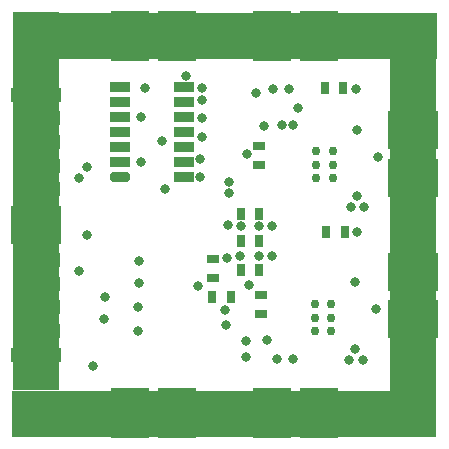
<source format=gbs>
%FSLAX24Y24*%
%MOIN*%
G70*
G01*
G75*
G04 Layer_Color=16711935*
%ADD10R,0.0280X0.0159*%
%ADD11R,0.0450X0.0450*%
%ADD12R,0.0315X0.0236*%
%ADD13R,0.0236X0.0315*%
%ADD14R,0.0689X0.0433*%
%ADD15R,0.0689X0.0256*%
G04:AMPARAMS|DCode=16|XSize=68.9mil|YSize=25.6mil|CornerRadius=0mil|HoleSize=0mil|Usage=FLASHONLY|Rotation=0.000|XOffset=0mil|YOffset=0mil|HoleType=Round|Shape=Octagon|*
%AMOCTAGOND16*
4,1,8,0.0344,-0.0064,0.0344,0.0064,0.0281,0.0128,-0.0281,0.0128,-0.0344,0.0064,-0.0344,-0.0064,-0.0281,-0.0128,0.0281,-0.0128,0.0344,-0.0064,0.0*
%
%ADD16OCTAGOND16*%

%ADD17R,0.0950X0.1300*%
%ADD18R,0.0984X0.0394*%
%ADD19C,0.0100*%
%ADD20C,0.0197*%
%ADD21C,0.0256*%
%ADD22C,0.0787*%
%ADD23C,0.0315*%
%ADD24R,0.0400X0.0850*%
%ADD25R,0.0550X0.0150*%
%ADD26R,0.1000X0.0300*%
%ADD27R,0.0950X0.0700*%
%ADD28R,0.0600X0.0700*%
%ADD29R,0.1575X0.0394*%
%ADD30R,0.1181X0.0394*%
%ADD31R,0.1575X0.1181*%
%ADD32R,0.1181X0.1575*%
%ADD33C,0.0220*%
%ADD34C,0.0250*%
G04:AMPARAMS|DCode=35|XSize=59.1mil|YSize=26.7mil|CornerRadius=0mil|HoleSize=0mil|Usage=FLASHONLY|Rotation=0.000|XOffset=0mil|YOffset=0mil|HoleType=Round|Shape=Octagon|*
%AMOCTAGOND35*
4,1,8,0.0295,-0.0067,0.0295,0.0067,0.0229,0.0133,-0.0229,0.0133,-0.0295,0.0067,-0.0295,-0.0067,-0.0229,-0.0133,0.0229,-0.0133,0.0295,-0.0067,0.0*
%
%ADD35OCTAGOND35*%

%ADD36R,0.0591X0.0267*%
%ADD37R,0.1102X0.0276*%
%ADD38R,0.1063X0.0315*%
%ADD39R,0.1102X0.0236*%
%ADD40R,0.1102X0.0197*%
%ADD41R,0.1142X0.0315*%
%ADD42R,0.1181X0.0354*%
%ADD43R,0.1142X0.0394*%
%ADD44C,0.0050*%
%ADD45C,0.0060*%
%ADD46C,0.0075*%
%ADD47R,0.1575X1.2598*%
%ADD48R,1.2598X0.1575*%
%ADD49R,1.2598X0.1575*%
%ADD50R,0.1575X1.2598*%
%ADD51R,0.0360X0.0239*%
%ADD52R,0.0530X0.0530*%
%ADD53R,0.0395X0.0316*%
%ADD54R,0.0316X0.0395*%
%ADD55R,0.0769X0.0513*%
%ADD56R,0.0769X0.0336*%
G04:AMPARAMS|DCode=57|XSize=76.9mil|YSize=33.6mil|CornerRadius=0mil|HoleSize=0mil|Usage=FLASHONLY|Rotation=0.000|XOffset=0mil|YOffset=0mil|HoleType=Round|Shape=Octagon|*
%AMOCTAGOND57*
4,1,8,0.0384,-0.0084,0.0384,0.0084,0.0301,0.0168,-0.0301,0.0168,-0.0384,0.0084,-0.0384,-0.0084,-0.0301,-0.0168,0.0301,-0.0168,0.0384,-0.0084,0.0*
%
%ADD57OCTAGOND57*%

%ADD58R,0.1030X0.1380*%
%ADD59R,0.1064X0.0474*%
%ADD60R,0.0080X0.0080*%
%ADD61R,0.1655X0.0474*%
%ADD62R,0.1261X0.0474*%
%ADD63R,0.1655X0.1261*%
%ADD64R,0.1261X0.1655*%
%ADD65C,0.0300*%
%ADD66C,0.0330*%
G04:AMPARAMS|DCode=67|XSize=67.1mil|YSize=34.7mil|CornerRadius=0mil|HoleSize=0mil|Usage=FLASHONLY|Rotation=0.000|XOffset=0mil|YOffset=0mil|HoleType=Round|Shape=Octagon|*
%AMOCTAGOND67*
4,1,8,0.0335,-0.0087,0.0335,0.0087,0.0249,0.0173,-0.0249,0.0173,-0.0335,0.0087,-0.0335,-0.0087,-0.0249,-0.0173,0.0249,-0.0173,0.0335,-0.0087,0.0*
%
%ADD67OCTAGOND67*%

%ADD68R,0.0671X0.0347*%
D47*
X90980Y63965D02*
D03*
D48*
X96491Y56878D02*
D03*
D49*
X98066Y69477D02*
D03*
D50*
X103578Y62390D02*
D03*
D53*
X98430Y65793D02*
D03*
Y65163D02*
D03*
X98480Y60843D02*
D03*
Y60213D02*
D03*
X96880Y61413D02*
D03*
Y62043D02*
D03*
D54*
X100665Y62928D02*
D03*
X101294D02*
D03*
X100615Y67728D02*
D03*
X101244D02*
D03*
X97494Y60778D02*
D03*
X96865D02*
D03*
X98444Y63528D02*
D03*
X97815D02*
D03*
X98444Y62628D02*
D03*
X97815D02*
D03*
X98444Y61678D02*
D03*
X97815D02*
D03*
D60*
X103765Y69477D02*
D03*
X103775Y56878D02*
D03*
X91176D02*
D03*
Y69477D02*
D03*
X97476Y56888D02*
D03*
Y69467D02*
D03*
X103775Y63178D02*
D03*
X92751Y69467D02*
D03*
X102200D02*
D03*
X92751Y56878D02*
D03*
X102200Y56888D02*
D03*
X103765Y58453D02*
D03*
X103775Y67902D02*
D03*
D61*
X90980Y67508D02*
D03*
Y58847D02*
D03*
D62*
X91176Y66721D02*
D03*
Y65933D02*
D03*
Y65146D02*
D03*
Y64359D02*
D03*
Y61996D02*
D03*
Y61209D02*
D03*
Y60422D02*
D03*
Y59634D02*
D03*
D63*
X90980Y63178D02*
D03*
X103578Y61603D02*
D03*
X103568Y60028D02*
D03*
Y64752D02*
D03*
X103578Y66327D02*
D03*
D64*
X98854Y69477D02*
D03*
X94129Y69467D02*
D03*
X95704Y69477D02*
D03*
X100428D02*
D03*
X94129Y56888D02*
D03*
X95704D02*
D03*
X98854D02*
D03*
X100428D02*
D03*
D65*
X100330Y65178D02*
D03*
X100880D02*
D03*
Y64728D02*
D03*
X100330D02*
D03*
X100880Y65628D02*
D03*
X100330D02*
D03*
X100280Y60078D02*
D03*
X100830D02*
D03*
Y59628D02*
D03*
X100280D02*
D03*
X100830Y60528D02*
D03*
X100280D02*
D03*
D66*
X96407Y61132D02*
D03*
X96516Y66112D02*
D03*
X98032Y65522D02*
D03*
X96535Y66742D02*
D03*
X97413Y64588D02*
D03*
X97430Y64228D02*
D03*
X98002Y58780D02*
D03*
Y59291D02*
D03*
X99026Y58701D02*
D03*
X99577D02*
D03*
X98907Y67717D02*
D03*
X99419D02*
D03*
X99577Y66496D02*
D03*
X99183D02*
D03*
X95285Y64370D02*
D03*
X96530Y67328D02*
D03*
X96472Y65386D02*
D03*
X94630Y67728D02*
D03*
X96530D02*
D03*
X98330Y67578D02*
D03*
X95980Y68128D02*
D03*
X98580Y66478D02*
D03*
X95180Y65978D02*
D03*
X96465Y64763D02*
D03*
X94380Y59628D02*
D03*
Y60428D02*
D03*
X94430Y61978D02*
D03*
Y61228D02*
D03*
X92430Y64728D02*
D03*
X94480Y66778D02*
D03*
Y65278D02*
D03*
X97280Y60328D02*
D03*
X98680Y59328D02*
D03*
X97330Y59828D02*
D03*
X98080Y61178D02*
D03*
X98444Y62128D02*
D03*
X97780D02*
D03*
X97815Y63128D02*
D03*
X98444D02*
D03*
X101680Y64128D02*
D03*
X101930Y63778D02*
D03*
X101480D02*
D03*
X101630Y59028D02*
D03*
X101880Y58678D02*
D03*
X101430D02*
D03*
X98878Y63128D02*
D03*
X97380Y63176D02*
D03*
X97378Y62078D02*
D03*
X98878Y62128D02*
D03*
X102380Y65428D02*
D03*
X101680Y66328D02*
D03*
Y62928D02*
D03*
X101630Y61278D02*
D03*
X101671Y67720D02*
D03*
X99730Y67078D02*
D03*
X102330Y60378D02*
D03*
X92430Y61628D02*
D03*
X92894Y58474D02*
D03*
X92707Y65089D02*
D03*
X93297Y60778D02*
D03*
X93278Y60030D02*
D03*
X92687Y62844D02*
D03*
D67*
X93780Y64778D02*
D03*
D68*
Y65278D02*
D03*
Y65778D02*
D03*
Y66278D02*
D03*
Y66778D02*
D03*
Y67278D02*
D03*
Y67778D02*
D03*
X95945Y64778D02*
D03*
Y65278D02*
D03*
Y65778D02*
D03*
Y66278D02*
D03*
Y66778D02*
D03*
Y67278D02*
D03*
Y67778D02*
D03*
M02*

</source>
